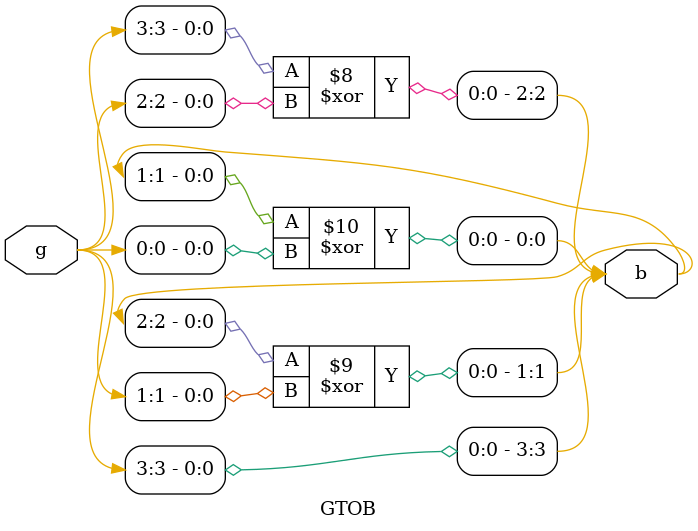
<source format=v>
module GTOB(
           input [3:0]g,
           output [3:0]b
           );

       //gate primitives
       buf b2(b[3],g[3]);
       xor x1(b[2],b[3],g[2]);
       xor x2(b[1],b[2],g[1]);
       xor x3(b[0],b[1],g[0]);
endmodule

     //testbench
     module GTOB_tb();
        reg [3:0]g;
        wire [3:0]b;

        //instantition
        GTOB G1(g,b);

        initial 
        repeat(5)
        begin
         g=$random % 16;#10;
         end
         initial
         $monitor("g=%b b=%b Time=%0t",g,b,$time);
      endmodule



</source>
